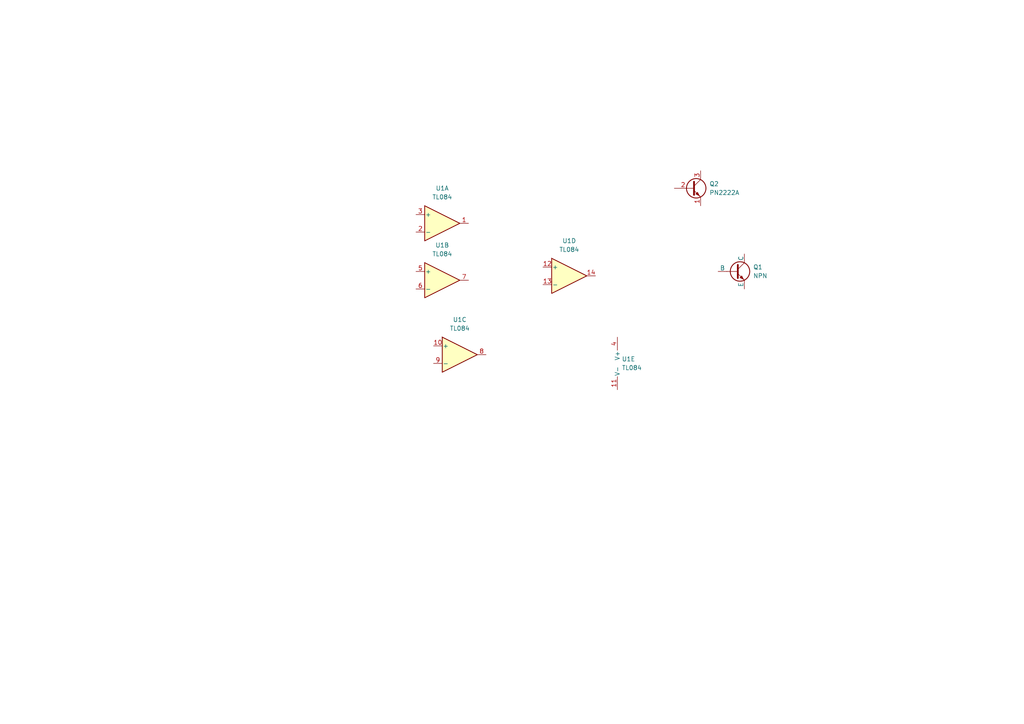
<source format=kicad_sch>
(kicad_sch (version 20230121) (generator eeschema)
  (paper "A4")
  (lib_symbols
    (symbol "Amplifier_Operational:TL084" (pin_names (offset 0.127))
      (property "Reference" "U" (at 0 5.08 0))
      (property "Value" "TL084" (at 0 -5.08 0))
      (symbol "TL084_1_1"
        (polyline (pts (xy -5.08 5.08) (xy 5.08 0) (xy -5.08 -5.08) (xy -5.08 5.08)) (stroke (width 0.254)) (fill (type background)))
        (pin output line (at 7.62 0 180) (length 2.54) (name "~") (number "1"))
        (pin input line (at -7.62 -2.54 0) (length 2.54) (name "-") (number "2"))
        (pin input line (at -7.62 2.54 0) (length 2.54) (name "+") (number "3"))
      )
      (symbol "TL084_2_1"
        (polyline (pts (xy -5.08 5.08) (xy 5.08 0) (xy -5.08 -5.08) (xy -5.08 5.08)) (stroke (width 0.254)) (fill (type background)))
        (pin input line (at -7.62 2.54 0) (length 2.54) (name "+") (number "5"))
        (pin input line (at -7.62 -2.54 0) (length 2.54) (name "-") (number "6"))
        (pin output line (at 7.62 0 180) (length 2.54) (name "~") (number "7"))
      )
      (symbol "TL084_3_1"
        (polyline (pts (xy -5.08 5.08) (xy 5.08 0) (xy -5.08 -5.08) (xy -5.08 5.08)) (stroke (width 0.254)) (fill (type background)))
        (pin input line (at -7.62 2.54 0) (length 2.54) (name "+") (number "10"))
        (pin output line (at 7.62 0 180) (length 2.54) (name "~") (number "8"))
        (pin input line (at -7.62 -2.54 0) (length 2.54) (name "-") (number "9"))
      )
      (symbol "TL084_4_1"
        (polyline (pts (xy -5.08 5.08) (xy 5.08 0) (xy -5.08 -5.08) (xy -5.08 5.08)) (stroke (width 0.254)) (fill (type background)))
        (pin input line (at -7.62 2.54 0) (length 2.54) (name "+") (number "12"))
        (pin input line (at -7.62 -2.54 0) (length 2.54) (name "-") (number "13"))
        (pin output line (at 7.62 0 180) (length 2.54) (name "~") (number "14"))
      )
      (symbol "TL084_5_1"
        (pin power_in line (at -2.54 -7.62 90) (length 3.81) (name "V-") (number "11"))
        (pin power_in line (at -2.54 7.62 270) (length 3.81) (name "V+") (number "4"))
      )
    )
    (symbol "Simulation_SPICE:NPN" (pin_numbers hide) (pin_names (offset 0))
      (property "Reference" "Q" (at -2.54 7.62 0))
      (property "Value" "NPN" (at -2.54 5.08 0))
      (symbol "NPN_0_1"
        (polyline (pts (xy -2.54 0) (xy 0.635 0)) (stroke (width 0.1524)))
        (polyline (pts (xy 0.635 0.635) (xy 2.54 2.54)))
        (polyline (pts (xy 2.794 -1.27) (xy 2.794 -1.27)) (stroke (width 0.1524)))
        (polyline (pts (xy 2.794 -1.27) (xy 2.794 -1.27)) (stroke (width 0.1524)))
        (polyline (pts (xy 0.635 -0.635) (xy 2.54 -2.54) (xy 2.54 -2.54)))
        (polyline (pts (xy 0.635 1.905) (xy 0.635 -1.905) (xy 0.635 -1.905)) (stroke (width 0.508)))
        (polyline (pts (xy 1.27 -1.778) (xy 1.778 -1.27) (xy 2.286 -2.286) (xy 1.27 -1.778) (xy 1.27 -1.778)) (fill (type outline)))
        (circle (center 1.27 0) (radius 2.8194) (stroke (width 0.254)))
      )
      (symbol "NPN_1_1"
        (pin open_collector line (at 2.54 5.08 270) (length 2.54) (name "C") (number "1"))
        (pin input line (at -5.08 0 0) (length 2.54) (name "B") (number "2"))
        (pin open_emitter line (at 2.54 -5.08 90) (length 2.54) (name "E") (number "3"))
      )
    )
    (symbol "Transistor_BJT:PN2222A" (pin_names (offset 0) hide)
      (property "Reference" "Q" (at 5.08 1.905 0))
      (property "Value" "PN2222A" (at 5.08 0 0))
      (symbol "PN2222A_0_1"
        (polyline (pts (xy 0 0) (xy 0.635 0)))
        (polyline (pts (xy 2.54 -2.54) (xy 0.635 -0.635)))
        (polyline (pts (xy 2.54 2.54) (xy 0.635 0.635)))
        (polyline (pts (xy 0.635 1.905) (xy 0.635 -1.905) (xy 0.635 -1.905)) (stroke (width 0.508)))
        (polyline (pts (xy 2.413 -2.413) (xy 1.905 -1.905) (xy 1.905 -1.905)))
        (polyline (pts (xy 1.143 -1.651) (xy 1.651 -1.143) (xy 2.159 -2.159) (xy 1.143 -1.651) (xy 1.143 -1.651)) (fill (type outline)))
        (circle (center 1.27 0) (radius 2.8194) (stroke (width 0.254)))
      )
      (symbol "PN2222A_1_1"
        (pin passive line (at 2.54 -5.08 90) (length 2.54) (name "E") (number "1"))
        (pin input line (at -5.08 0 0) (length 5.08) (name "B") (number "2"))
        (pin passive line (at 2.54 5.08 270) (length 2.54) (name "C") (number "3"))
      )
    )
  )
  (symbol (lib_id "Amplifier_Operational:TL084") (at 165.1 80.01 0) (unit 4)
    (property "Reference" "U1" (at 165.1 69.85 0))
    (property "Value" "TL084" (at 165.1 72.39 0))
    (property "Footprint" "Package_DIP:DIP-14_W7.62mm_LongPads" (effects hide))
    (property "Datasheet" "http://www.ti.com/lit/ds/symlink/tl081.pdf" (effects hide))
  )
  (symbol (lib_id "Amplifier_Operational:TL084") (at 128.27 81.28 0) (unit 2)
    (property "Reference" "U1" (at 128.27 71.12 0))
    (property "Value" "TL084" (at 128.27 73.66 0))
    (property "Footprint" "Package_DIP:DIP-14_W7.62mm_LongPads" (effects hide))
    (property "Datasheet" "http://www.ti.com/lit/ds/symlink/tl081.pdf" (effects hide))
  )
  (symbol (lib_id "Simulation_SPICE:NPN") (at 213.36 78.74 0) (unit 1)
    (property "Reference" "Q1" (at 218.44 77.47 0) (effects (justify left)))
    (property "Value" "NPN" (at 218.44 80.01 0) (effects (justify left)))
    (property "Datasheet" "https://ngspice.sourceforge.io/docs/ngspice-html-manual/manual.xhtml#cha_BJTs" (effects hide))
    (property "Sim.Device" "NPN" (effects hide))
    (property "Sim.Type" "GUMMELPOON" (effects hide))
    (property "Sim.Pins" "1=C 2=B 3=E" (effects hide))
  )
  (symbol (lib_id "Amplifier_Operational:TL084") (at 128.27 64.77 0) (unit 1)
    (property "Reference" "U1" (at 128.27 54.61 0))
    (property "Value" "TL084" (at 128.27 57.15 0))
    (property "Footprint" "Package_DIP:DIP-14_W7.62mm_LongPads" (effects hide))
    (property "Datasheet" "http://www.ti.com/lit/ds/symlink/tl081.pdf" (effects hide))
  )
  (symbol (lib_id "Amplifier_Operational:TL084") (at 181.61 105.41 0) (unit 5)
    (property "Reference" "U1" (at 180.34 104.14 0) (effects (justify left)))
    (property "Value" "TL084" (at 180.34 106.68 0) (effects (justify left)))
    (property "Footprint" "Package_DIP:DIP-14_W7.62mm_LongPads" (effects hide))
    (property "Datasheet" "http://www.ti.com/lit/ds/symlink/tl081.pdf" (effects hide))
  )
  (symbol (lib_id "Transistor_BJT:PN2222A") (at 200.66 54.61 0) (unit 1)
    (property "Reference" "Q2" (at 205.74 53.34 0) (effects (justify left)))
    (property "Value" "PN2222A" (at 205.74 55.88 0) (effects (justify left)))
    (property "Footprint" "Package_TO_SOT_THT:TO-92_Inline" (effects hide))
    (property "Datasheet" "https://www.onsemi.com/pub/Collateral/PN2222-D.PDF" (effects hide))
  )
  (symbol (lib_id "Amplifier_Operational:TL084") (at 133.35 102.87 0) (unit 3)
    (property "Reference" "U1" (at 133.35 92.71 0))
    (property "Value" "TL084" (at 133.35 95.25 0))
    (property "Footprint" "Package_DIP:DIP-14_W7.62mm_LongPads" (effects hide))
    (property "Datasheet" "http://www.ti.com/lit/ds/symlink/tl081.pdf" (effects hide))
  )
)
</source>
